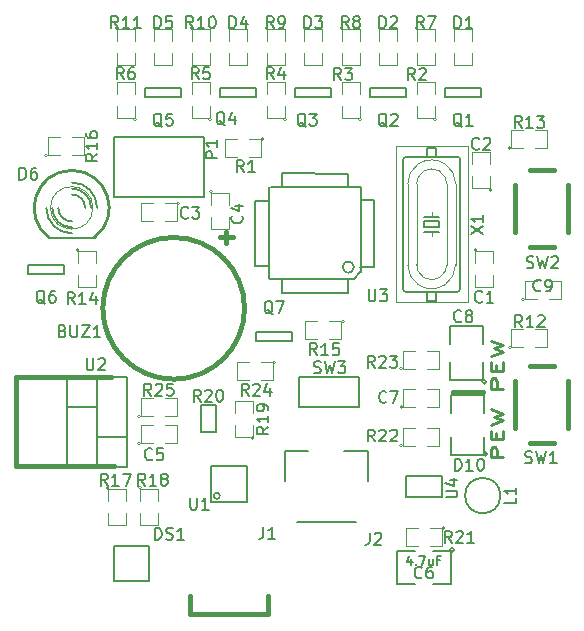
<source format=gto>
G04 (created by PCBNEW (2013-07-07 BZR 4022)-stable) date 11/23/2014 11:30:57 PM*
%MOIN*%
G04 Gerber Fmt 3.4, Leading zero omitted, Abs format*
%FSLAX34Y34*%
G01*
G70*
G90*
G04 APERTURE LIST*
%ADD10C,0.00590551*%
%ADD11C,0.015*%
%ADD12C,0.01*%
%ADD13C,0.006*%
%ADD14C,0.0039*%
%ADD15C,0.008*%
%ADD16C,0.003*%
%ADD17C,0.0026*%
%ADD18C,0.002*%
%ADD19C,0.005*%
%ADD20C,0.0075*%
G04 APERTURE END LIST*
G54D10*
G54D11*
X21850Y-27755D02*
X25000Y-27755D01*
X21850Y-30708D02*
X21850Y-27755D01*
X25098Y-30708D02*
X21850Y-30708D01*
G54D12*
X38061Y-30414D02*
X37661Y-30414D01*
X37661Y-30185D01*
X37680Y-30128D01*
X37700Y-30099D01*
X37738Y-30071D01*
X37795Y-30071D01*
X37833Y-30099D01*
X37852Y-30128D01*
X37871Y-30185D01*
X37871Y-30414D01*
X37852Y-29814D02*
X37852Y-29614D01*
X38061Y-29528D02*
X38061Y-29814D01*
X37661Y-29814D01*
X37661Y-29528D01*
X37661Y-29328D02*
X38061Y-29185D01*
X37776Y-29071D01*
X38061Y-28957D01*
X37661Y-28814D01*
X38061Y-28128D02*
X37661Y-28128D01*
X37661Y-27899D01*
X37680Y-27842D01*
X37700Y-27814D01*
X37738Y-27785D01*
X37795Y-27785D01*
X37833Y-27814D01*
X37852Y-27842D01*
X37871Y-27899D01*
X37871Y-28128D01*
X37852Y-27528D02*
X37852Y-27328D01*
X38061Y-27242D02*
X38061Y-27528D01*
X37661Y-27528D01*
X37661Y-27242D01*
X37661Y-27042D02*
X38061Y-26900D01*
X37776Y-26785D01*
X38061Y-26671D01*
X37661Y-26528D01*
G54D11*
X36396Y-28248D02*
X36495Y-28248D01*
X36511Y-28248D02*
X37396Y-28248D01*
G54D13*
X29820Y-21860D02*
X30270Y-21860D01*
X29820Y-24040D02*
X30260Y-24040D01*
X29820Y-21860D02*
X29820Y-24040D01*
X30700Y-21390D02*
X30700Y-20960D01*
X32910Y-21380D02*
X32910Y-20960D01*
X32920Y-20960D02*
X30700Y-20950D01*
X32900Y-24930D02*
X30730Y-24940D01*
X33330Y-24240D02*
X33330Y-21410D01*
X30720Y-24930D02*
X30720Y-24520D01*
X33080Y-24480D02*
X30300Y-24480D01*
X30280Y-21400D02*
X30280Y-24440D01*
X33330Y-21400D02*
X30330Y-21400D01*
X33780Y-24070D02*
X33780Y-21850D01*
X33780Y-21850D02*
X33330Y-21850D01*
X33326Y-24250D02*
X33096Y-24480D01*
X33778Y-24070D02*
X33326Y-24070D01*
X32900Y-24480D02*
X32900Y-24932D01*
X33106Y-24076D02*
G75*
G03X33106Y-24076I-188J0D01*
G74*
G01*
G54D11*
X39764Y-20845D02*
X38976Y-20845D01*
X38484Y-21338D02*
X38484Y-22912D01*
X39764Y-23405D02*
X39075Y-23405D01*
X39075Y-23405D02*
X38976Y-23405D01*
X40256Y-21338D02*
X40256Y-22912D01*
X39764Y-27381D02*
X38976Y-27381D01*
X38484Y-27874D02*
X38484Y-29448D01*
X39764Y-29941D02*
X39075Y-29941D01*
X39075Y-29941D02*
X38976Y-29941D01*
X40256Y-27874D02*
X40256Y-29448D01*
G54D14*
X33350Y-19150D02*
G75*
G03X33350Y-19150I-50J0D01*
G74*
G01*
X33300Y-18700D02*
X33300Y-19100D01*
X33300Y-19100D02*
X32700Y-19100D01*
X32700Y-19100D02*
X32700Y-18700D01*
X32700Y-18300D02*
X32700Y-17900D01*
X32700Y-17900D02*
X33300Y-17900D01*
X33300Y-17900D02*
X33300Y-18300D01*
X38350Y-20100D02*
G75*
G03X38350Y-20100I-50J0D01*
G74*
G01*
X38750Y-20100D02*
X38350Y-20100D01*
X38350Y-20100D02*
X38350Y-19500D01*
X38350Y-19500D02*
X38750Y-19500D01*
X39150Y-19500D02*
X39550Y-19500D01*
X39550Y-19500D02*
X39550Y-20100D01*
X39550Y-20100D02*
X39150Y-20100D01*
X38350Y-26750D02*
G75*
G03X38350Y-26750I-50J0D01*
G74*
G01*
X38750Y-26750D02*
X38350Y-26750D01*
X38350Y-26750D02*
X38350Y-26150D01*
X38350Y-26150D02*
X38750Y-26150D01*
X39150Y-26150D02*
X39550Y-26150D01*
X39550Y-26150D02*
X39550Y-26750D01*
X39550Y-26750D02*
X39150Y-26750D01*
X35250Y-16100D02*
G75*
G03X35250Y-16100I-50J0D01*
G74*
G01*
X35200Y-16550D02*
X35200Y-16150D01*
X35200Y-16150D02*
X35800Y-16150D01*
X35800Y-16150D02*
X35800Y-16550D01*
X35800Y-16950D02*
X35800Y-17350D01*
X35800Y-17350D02*
X35200Y-17350D01*
X35200Y-17350D02*
X35200Y-16950D01*
X35850Y-19150D02*
G75*
G03X35850Y-19150I-50J0D01*
G74*
G01*
X35800Y-18700D02*
X35800Y-19100D01*
X35800Y-19100D02*
X35200Y-19100D01*
X35200Y-19100D02*
X35200Y-18700D01*
X35200Y-18300D02*
X35200Y-17900D01*
X35200Y-17900D02*
X35800Y-17900D01*
X35800Y-17900D02*
X35800Y-18300D01*
X23950Y-23500D02*
G75*
G03X23950Y-23500I-50J0D01*
G74*
G01*
X23900Y-23950D02*
X23900Y-23550D01*
X23900Y-23550D02*
X24500Y-23550D01*
X24500Y-23550D02*
X24500Y-23950D01*
X24500Y-24350D02*
X24500Y-24750D01*
X24500Y-24750D02*
X23900Y-24750D01*
X23900Y-24750D02*
X23900Y-24350D01*
X22900Y-20350D02*
G75*
G03X22900Y-20350I-50J0D01*
G74*
G01*
X23300Y-20350D02*
X22900Y-20350D01*
X22900Y-20350D02*
X22900Y-19750D01*
X22900Y-19750D02*
X23300Y-19750D01*
X23700Y-19750D02*
X24100Y-19750D01*
X24100Y-19750D02*
X24100Y-20350D01*
X24100Y-20350D02*
X23700Y-20350D01*
X32786Y-25881D02*
G75*
G03X32786Y-25881I-49J0D01*
G74*
G01*
X32286Y-25881D02*
X32686Y-25881D01*
X32686Y-25881D02*
X32686Y-26481D01*
X32686Y-26481D02*
X32286Y-26481D01*
X31886Y-26481D02*
X31486Y-26481D01*
X31486Y-26481D02*
X31486Y-25881D01*
X31486Y-25881D02*
X31886Y-25881D01*
X34000Y-16100D02*
G75*
G03X34000Y-16100I-50J0D01*
G74*
G01*
X33950Y-16550D02*
X33950Y-16150D01*
X33950Y-16150D02*
X34550Y-16150D01*
X34550Y-16150D02*
X34550Y-16550D01*
X34550Y-16950D02*
X34550Y-17350D01*
X34550Y-17350D02*
X33950Y-17350D01*
X33950Y-17350D02*
X33950Y-16950D01*
X28350Y-19150D02*
G75*
G03X28350Y-19150I-50J0D01*
G74*
G01*
X28300Y-18700D02*
X28300Y-19100D01*
X28300Y-19100D02*
X27700Y-19100D01*
X27700Y-19100D02*
X27700Y-18700D01*
X27700Y-18300D02*
X27700Y-17900D01*
X27700Y-17900D02*
X28300Y-17900D01*
X28300Y-17900D02*
X28300Y-18300D01*
X27750Y-16100D02*
G75*
G03X27750Y-16100I-50J0D01*
G74*
G01*
X27700Y-16550D02*
X27700Y-16150D01*
X27700Y-16150D02*
X28300Y-16150D01*
X28300Y-16150D02*
X28300Y-16550D01*
X28300Y-16950D02*
X28300Y-17350D01*
X28300Y-17350D02*
X27700Y-17350D01*
X27700Y-17350D02*
X27700Y-16950D01*
X29000Y-16100D02*
G75*
G03X29000Y-16100I-50J0D01*
G74*
G01*
X28950Y-16550D02*
X28950Y-16150D01*
X28950Y-16150D02*
X29550Y-16150D01*
X29550Y-16150D02*
X29550Y-16550D01*
X29550Y-16950D02*
X29550Y-17350D01*
X29550Y-17350D02*
X28950Y-17350D01*
X28950Y-17350D02*
X28950Y-16950D01*
X30850Y-19150D02*
G75*
G03X30850Y-19150I-50J0D01*
G74*
G01*
X30800Y-18700D02*
X30800Y-19100D01*
X30800Y-19100D02*
X30200Y-19100D01*
X30200Y-19100D02*
X30200Y-18700D01*
X30200Y-18300D02*
X30200Y-17900D01*
X30200Y-17900D02*
X30800Y-17900D01*
X30800Y-17900D02*
X30800Y-18300D01*
X30250Y-16100D02*
G75*
G03X30250Y-16100I-50J0D01*
G74*
G01*
X30200Y-16550D02*
X30200Y-16150D01*
X30200Y-16150D02*
X30800Y-16150D01*
X30800Y-16150D02*
X30800Y-16550D01*
X30800Y-16950D02*
X30800Y-17350D01*
X30800Y-17350D02*
X30200Y-17350D01*
X30200Y-17350D02*
X30200Y-16950D01*
X31500Y-16100D02*
G75*
G03X31500Y-16100I-50J0D01*
G74*
G01*
X31450Y-16550D02*
X31450Y-16150D01*
X31450Y-16150D02*
X32050Y-16150D01*
X32050Y-16150D02*
X32050Y-16550D01*
X32050Y-16950D02*
X32050Y-17350D01*
X32050Y-17350D02*
X31450Y-17350D01*
X31450Y-17350D02*
X31450Y-16950D01*
X32750Y-16100D02*
G75*
G03X32750Y-16100I-50J0D01*
G74*
G01*
X32700Y-16550D02*
X32700Y-16150D01*
X32700Y-16150D02*
X33300Y-16150D01*
X33300Y-16150D02*
X33300Y-16550D01*
X33300Y-16950D02*
X33300Y-17350D01*
X33300Y-17350D02*
X32700Y-17350D01*
X32700Y-17350D02*
X32700Y-16950D01*
X25850Y-19150D02*
G75*
G03X25850Y-19150I-50J0D01*
G74*
G01*
X25800Y-18700D02*
X25800Y-19100D01*
X25800Y-19100D02*
X25200Y-19100D01*
X25200Y-19100D02*
X25200Y-18700D01*
X25200Y-18300D02*
X25200Y-17900D01*
X25200Y-17900D02*
X25800Y-17900D01*
X25800Y-17900D02*
X25800Y-18300D01*
X25250Y-16100D02*
G75*
G03X25250Y-16100I-50J0D01*
G74*
G01*
X25200Y-16550D02*
X25200Y-16150D01*
X25200Y-16150D02*
X25800Y-16150D01*
X25800Y-16150D02*
X25800Y-16550D01*
X25800Y-16950D02*
X25800Y-17350D01*
X25800Y-17350D02*
X25200Y-17350D01*
X25200Y-17350D02*
X25200Y-16950D01*
X26500Y-16100D02*
G75*
G03X26500Y-16100I-50J0D01*
G74*
G01*
X26450Y-16550D02*
X26450Y-16150D01*
X26450Y-16150D02*
X27050Y-16150D01*
X27050Y-16150D02*
X27050Y-16550D01*
X27050Y-16950D02*
X27050Y-17350D01*
X27050Y-17350D02*
X26450Y-17350D01*
X26450Y-17350D02*
X26450Y-16950D01*
G54D15*
X25100Y-19750D02*
X28100Y-19750D01*
X28100Y-21750D02*
X25100Y-21750D01*
X25100Y-21750D02*
X25100Y-19750D01*
X28100Y-19750D02*
X28100Y-21750D01*
G54D14*
X27300Y-21950D02*
G75*
G03X27300Y-21950I-50J0D01*
G74*
G01*
X26800Y-21950D02*
X27200Y-21950D01*
X27200Y-21950D02*
X27200Y-22550D01*
X27200Y-22550D02*
X26800Y-22550D01*
X26400Y-22550D02*
X26000Y-22550D01*
X26000Y-22550D02*
X26000Y-21950D01*
X26000Y-21950D02*
X26400Y-21950D01*
X37700Y-21500D02*
G75*
G03X37700Y-21500I-50J0D01*
G74*
G01*
X37650Y-21050D02*
X37650Y-21450D01*
X37650Y-21450D02*
X37050Y-21450D01*
X37050Y-21450D02*
X37050Y-21050D01*
X37050Y-20650D02*
X37050Y-20250D01*
X37050Y-20250D02*
X37650Y-20250D01*
X37650Y-20250D02*
X37650Y-20650D01*
X37200Y-23500D02*
G75*
G03X37200Y-23500I-50J0D01*
G74*
G01*
X37150Y-23950D02*
X37150Y-23550D01*
X37150Y-23550D02*
X37750Y-23550D01*
X37750Y-23550D02*
X37750Y-23950D01*
X37750Y-24350D02*
X37750Y-24750D01*
X37750Y-24750D02*
X37150Y-24750D01*
X37150Y-24750D02*
X37150Y-24350D01*
X36500Y-16100D02*
G75*
G03X36500Y-16100I-50J0D01*
G74*
G01*
X36450Y-16550D02*
X36450Y-16150D01*
X36450Y-16150D02*
X37050Y-16150D01*
X37050Y-16150D02*
X37050Y-16550D01*
X37050Y-16950D02*
X37050Y-17350D01*
X37050Y-17350D02*
X36450Y-17350D01*
X36450Y-17350D02*
X36450Y-16950D01*
X30100Y-19800D02*
G75*
G03X30100Y-19800I-50J0D01*
G74*
G01*
X29600Y-19800D02*
X30000Y-19800D01*
X30000Y-19800D02*
X30000Y-20400D01*
X30000Y-20400D02*
X29600Y-20400D01*
X29200Y-20400D02*
X28800Y-20400D01*
X28800Y-20400D02*
X28800Y-19800D01*
X28800Y-19800D02*
X29200Y-19800D01*
X34734Y-28744D02*
G75*
G03X34734Y-28744I-50J0D01*
G74*
G01*
X35134Y-28744D02*
X34734Y-28744D01*
X34734Y-28744D02*
X34734Y-28144D01*
X34734Y-28144D02*
X35134Y-28144D01*
X35534Y-28144D02*
X35934Y-28144D01*
X35934Y-28144D02*
X35934Y-28744D01*
X35934Y-28744D02*
X35534Y-28744D01*
G54D13*
X25550Y-30750D02*
X24550Y-30750D01*
X24550Y-30750D02*
X24550Y-27750D01*
X24550Y-27750D02*
X25550Y-27750D01*
X25550Y-27750D02*
X25550Y-30750D01*
X24550Y-29750D02*
X25550Y-29750D01*
G54D15*
X22950Y-23120D02*
X24450Y-23120D01*
G54D16*
X24407Y-22100D02*
G75*
G03X24407Y-22100I-707J0D01*
G74*
G01*
G54D12*
X24450Y-23099D02*
G75*
G03X22949Y-23099I-750J999D01*
G74*
G01*
G54D13*
X24150Y-22100D02*
G75*
G03X23700Y-21650I-450J0D01*
G74*
G01*
X23250Y-22100D02*
G75*
G03X23700Y-22550I450J0D01*
G74*
G01*
X24350Y-22100D02*
G75*
G03X23700Y-21450I-650J0D01*
G74*
G01*
X23050Y-22100D02*
G75*
G03X23700Y-22750I650J0D01*
G74*
G01*
X24550Y-22100D02*
G75*
G03X23700Y-21250I-850J0D01*
G74*
G01*
X22850Y-22100D02*
G75*
G03X23700Y-22950I850J0D01*
G74*
G01*
G54D17*
X34500Y-20050D02*
X34500Y-25250D01*
X34500Y-25250D02*
X36900Y-25250D01*
X36900Y-20050D02*
X36900Y-25250D01*
X34500Y-20050D02*
X36900Y-20050D01*
G54D13*
X36150Y-20400D02*
X36550Y-20400D01*
X36150Y-24900D02*
X36550Y-24900D01*
G54D18*
X35200Y-24000D02*
X35200Y-21300D01*
X34900Y-24000D02*
X34900Y-21300D01*
X36200Y-21300D02*
X36200Y-24000D01*
G54D13*
X34750Y-24800D02*
X34750Y-20500D01*
X35550Y-24900D02*
X35550Y-25200D01*
X35850Y-24900D02*
X35850Y-25200D01*
X35550Y-25200D02*
X35850Y-25200D01*
X35250Y-24900D02*
X36150Y-24900D01*
X34850Y-24900D02*
X35250Y-24900D01*
X35550Y-20100D02*
X35850Y-20100D01*
X35250Y-20400D02*
X35550Y-20400D01*
X35550Y-20400D02*
X35850Y-20400D01*
X35850Y-20400D02*
X36150Y-20400D01*
X34850Y-20400D02*
X35250Y-20400D01*
X35550Y-20400D02*
X35550Y-20100D01*
X35850Y-20400D02*
X35850Y-20100D01*
G54D18*
X36500Y-21300D02*
X36500Y-24000D01*
G54D13*
X36650Y-24800D02*
X36650Y-20500D01*
X35950Y-22550D02*
X35450Y-22550D01*
X35450Y-22550D02*
X35450Y-22750D01*
X35450Y-22750D02*
X35950Y-22750D01*
X35950Y-22750D02*
X35950Y-22550D01*
X35950Y-22400D02*
X35700Y-22400D01*
X35700Y-22400D02*
X35450Y-22400D01*
G54D18*
X35700Y-22400D02*
X35700Y-22250D01*
G54D13*
X35950Y-22900D02*
X35700Y-22900D01*
X35700Y-22900D02*
X35450Y-22900D01*
G54D18*
X35700Y-22900D02*
X35700Y-23050D01*
X36500Y-21299D02*
G75*
G03X36149Y-20638I-800J-1D01*
G74*
G01*
X36150Y-24660D02*
G75*
G03X36500Y-24000I-450J660D01*
G74*
G01*
G54D13*
X34750Y-24800D02*
G75*
G03X34850Y-24900I100J0D01*
G74*
G01*
G54D18*
X35200Y-23999D02*
G75*
G03X35249Y-24216I499J0D01*
G74*
G01*
X36150Y-24217D02*
G75*
G03X36200Y-24000I-450J217D01*
G74*
G01*
X34900Y-24001D02*
G75*
G03X35251Y-24661I799J2D01*
G74*
G01*
X35250Y-24219D02*
G75*
G03X36150Y-24216I449J219D01*
G74*
G01*
X35250Y-24661D02*
G75*
G03X36149Y-24661I449J661D01*
G74*
G01*
X35249Y-20639D02*
G75*
G03X34900Y-21300I450J-660D01*
G74*
G01*
X36149Y-21080D02*
G75*
G03X35249Y-21083I-449J-219D01*
G74*
G01*
X35249Y-21082D02*
G75*
G03X35200Y-21300I450J-217D01*
G74*
G01*
X36199Y-21300D02*
G75*
G03X36150Y-21083I-499J0D01*
G74*
G01*
X36149Y-20638D02*
G75*
G03X35250Y-20638I-449J-661D01*
G74*
G01*
G54D13*
X34850Y-20400D02*
G75*
G03X34750Y-20500I0J-100D01*
G74*
G01*
X36550Y-24900D02*
G75*
G03X36650Y-24800I0J100D01*
G74*
G01*
X36650Y-20500D02*
G75*
G03X36550Y-20400I-100J0D01*
G74*
G01*
G54D11*
X28832Y-22890D02*
X28832Y-23284D01*
X29068Y-23087D02*
X28635Y-23087D01*
X29462Y-25450D02*
G75*
G03X29462Y-25450I-2362J0D01*
G74*
G01*
G54D10*
X25098Y-34547D02*
X25098Y-33366D01*
X25098Y-33366D02*
X26279Y-33366D01*
X26279Y-33366D02*
X26279Y-34547D01*
X26279Y-34547D02*
X25098Y-34547D01*
G54D19*
X34833Y-31747D02*
X34833Y-31047D01*
X34833Y-31047D02*
X36033Y-31047D01*
X36033Y-31047D02*
X36033Y-31747D01*
X36033Y-31747D02*
X34833Y-31747D01*
X37570Y-30300D02*
G75*
G03X37570Y-30300I-70J0D01*
G74*
G01*
X36350Y-29750D02*
X36350Y-30350D01*
X36350Y-30350D02*
X37450Y-30350D01*
X37450Y-30350D02*
X37450Y-29750D01*
X37450Y-28950D02*
X37450Y-28350D01*
X37450Y-28350D02*
X36350Y-28350D01*
X36350Y-28350D02*
X36350Y-28950D01*
X37520Y-27900D02*
G75*
G03X37520Y-27900I-70J0D01*
G74*
G01*
X36300Y-27250D02*
X36300Y-27850D01*
X36300Y-27850D02*
X37400Y-27850D01*
X37400Y-27850D02*
X37400Y-27250D01*
X37400Y-26650D02*
X37400Y-26050D01*
X37400Y-26050D02*
X36300Y-26050D01*
X36300Y-26050D02*
X36300Y-26650D01*
G54D14*
X26000Y-29950D02*
G75*
G03X26000Y-29950I-50J0D01*
G74*
G01*
X26400Y-29950D02*
X26000Y-29950D01*
X26000Y-29950D02*
X26000Y-29350D01*
X26000Y-29350D02*
X26400Y-29350D01*
X26800Y-29350D02*
X27200Y-29350D01*
X27200Y-29350D02*
X27200Y-29950D01*
X27200Y-29950D02*
X26800Y-29950D01*
X28400Y-21550D02*
G75*
G03X28400Y-21550I-50J0D01*
G74*
G01*
X28350Y-22000D02*
X28350Y-21600D01*
X28350Y-21600D02*
X28950Y-21600D01*
X28950Y-21600D02*
X28950Y-22000D01*
X28950Y-22400D02*
X28950Y-22800D01*
X28950Y-22800D02*
X28350Y-22800D01*
X28350Y-22800D02*
X28350Y-22400D01*
X34734Y-30024D02*
G75*
G03X34734Y-30024I-50J0D01*
G74*
G01*
X35134Y-30024D02*
X34734Y-30024D01*
X34734Y-30024D02*
X34734Y-29424D01*
X34734Y-29424D02*
X35134Y-29424D01*
X35534Y-29424D02*
X35934Y-29424D01*
X35934Y-29424D02*
X35934Y-30024D01*
X35934Y-30024D02*
X35534Y-30024D01*
X34734Y-27465D02*
G75*
G03X34734Y-27465I-50J0D01*
G74*
G01*
X35134Y-27465D02*
X34734Y-27465D01*
X34734Y-27465D02*
X34734Y-26865D01*
X34734Y-26865D02*
X35134Y-26865D01*
X35534Y-26865D02*
X35934Y-26865D01*
X35934Y-26865D02*
X35934Y-27465D01*
X35934Y-27465D02*
X35534Y-27465D01*
X36133Y-32770D02*
G75*
G03X36133Y-32770I-50J0D01*
G74*
G01*
X35633Y-32770D02*
X36033Y-32770D01*
X36033Y-32770D02*
X36033Y-33370D01*
X36033Y-33370D02*
X35633Y-33370D01*
X35233Y-33370D02*
X34833Y-33370D01*
X34833Y-33370D02*
X34833Y-32770D01*
X34833Y-32770D02*
X35233Y-32770D01*
X29779Y-29783D02*
G75*
G03X29779Y-29783I-50J0D01*
G74*
G01*
X29729Y-29333D02*
X29729Y-29733D01*
X29729Y-29733D02*
X29129Y-29733D01*
X29129Y-29733D02*
X29129Y-29333D01*
X29129Y-28933D02*
X29129Y-28533D01*
X29129Y-28533D02*
X29729Y-28533D01*
X29729Y-28533D02*
X29729Y-28933D01*
X26029Y-31436D02*
G75*
G03X26029Y-31436I-50J0D01*
G74*
G01*
X25979Y-31886D02*
X25979Y-31486D01*
X25979Y-31486D02*
X26579Y-31486D01*
X26579Y-31486D02*
X26579Y-31886D01*
X26579Y-32286D02*
X26579Y-32686D01*
X26579Y-32686D02*
X25979Y-32686D01*
X25979Y-32686D02*
X25979Y-32286D01*
X24946Y-31436D02*
G75*
G03X24946Y-31436I-50J0D01*
G74*
G01*
X24896Y-31886D02*
X24896Y-31486D01*
X24896Y-31486D02*
X25496Y-31486D01*
X25496Y-31486D02*
X25496Y-31886D01*
X25496Y-32286D02*
X25496Y-32686D01*
X25496Y-32686D02*
X24896Y-32686D01*
X24896Y-32686D02*
X24896Y-32286D01*
G54D19*
X27998Y-29583D02*
X27998Y-28683D01*
X27998Y-28683D02*
X28498Y-28683D01*
X28498Y-28683D02*
X28498Y-29583D01*
X28498Y-29583D02*
X27998Y-29583D01*
G54D15*
X28637Y-31699D02*
G75*
G03X28637Y-31699I-100J0D01*
G74*
G01*
X29537Y-31899D02*
X28337Y-31899D01*
X28337Y-31899D02*
X28337Y-30699D01*
X28337Y-30699D02*
X29537Y-30699D01*
X29537Y-30699D02*
X29537Y-31899D01*
G54D10*
X31594Y-30216D02*
X30807Y-30216D01*
X30807Y-30216D02*
X30807Y-31200D01*
X33562Y-31200D02*
X33562Y-30216D01*
X33562Y-30216D02*
X32775Y-30216D01*
X33169Y-32578D02*
X31200Y-32578D01*
X37992Y-31692D02*
G75*
G03X37992Y-31692I-590J0D01*
G74*
G01*
G54D11*
X27638Y-35629D02*
X27638Y-35038D01*
X30236Y-35629D02*
X30236Y-35038D01*
X27638Y-35629D02*
X30236Y-35629D01*
G54D13*
X31283Y-28748D02*
X31283Y-27748D01*
X31283Y-27748D02*
X33283Y-27748D01*
X33283Y-27748D02*
X33283Y-28748D01*
X33283Y-28748D02*
X31283Y-28748D01*
G54D14*
X30500Y-27250D02*
G75*
G03X30500Y-27250I-50J0D01*
G74*
G01*
X30000Y-27250D02*
X30400Y-27250D01*
X30400Y-27250D02*
X30400Y-27850D01*
X30400Y-27850D02*
X30000Y-27850D01*
X29600Y-27850D02*
X29200Y-27850D01*
X29200Y-27850D02*
X29200Y-27250D01*
X29200Y-27250D02*
X29600Y-27250D01*
X26000Y-29050D02*
G75*
G03X26000Y-29050I-50J0D01*
G74*
G01*
X26400Y-29050D02*
X26000Y-29050D01*
X26000Y-29050D02*
X26000Y-28450D01*
X26000Y-28450D02*
X26400Y-28450D01*
X26800Y-28450D02*
X27200Y-28450D01*
X27200Y-28450D02*
X27200Y-29050D01*
X27200Y-29050D02*
X26800Y-29050D01*
G54D13*
X23550Y-27750D02*
X24550Y-27750D01*
X24550Y-27750D02*
X24550Y-30750D01*
X24550Y-30750D02*
X23550Y-30750D01*
X23550Y-30750D02*
X23550Y-27750D01*
X24550Y-28750D02*
X23550Y-28750D01*
G54D14*
X38800Y-25150D02*
G75*
G03X38800Y-25150I-50J0D01*
G74*
G01*
X39200Y-25150D02*
X38800Y-25150D01*
X38800Y-25150D02*
X38800Y-24550D01*
X38800Y-24550D02*
X39200Y-24550D01*
X39600Y-24550D02*
X40000Y-24550D01*
X40000Y-24550D02*
X40000Y-25150D01*
X40000Y-25150D02*
X39600Y-25150D01*
G54D19*
X29850Y-18400D02*
X28650Y-18400D01*
X28650Y-18400D02*
X28650Y-18100D01*
X28650Y-18100D02*
X29850Y-18100D01*
X29850Y-18100D02*
X29850Y-18400D01*
X23450Y-24300D02*
X22250Y-24300D01*
X22250Y-24300D02*
X22250Y-24000D01*
X22250Y-24000D02*
X23450Y-24000D01*
X23450Y-24000D02*
X23450Y-24300D01*
X29850Y-26250D02*
X31050Y-26250D01*
X31050Y-26250D02*
X31050Y-26550D01*
X31050Y-26550D02*
X29850Y-26550D01*
X29850Y-26550D02*
X29850Y-26250D01*
X32350Y-18400D02*
X31150Y-18400D01*
X31150Y-18400D02*
X31150Y-18100D01*
X31150Y-18100D02*
X32350Y-18100D01*
X32350Y-18100D02*
X32350Y-18400D01*
X27350Y-18400D02*
X26150Y-18400D01*
X26150Y-18400D02*
X26150Y-18100D01*
X26150Y-18100D02*
X27350Y-18100D01*
X27350Y-18100D02*
X27350Y-18400D01*
X37350Y-18400D02*
X36150Y-18400D01*
X36150Y-18400D02*
X36150Y-18100D01*
X36150Y-18100D02*
X37350Y-18100D01*
X37350Y-18100D02*
X37350Y-18400D01*
X34850Y-18400D02*
X33650Y-18400D01*
X33650Y-18400D02*
X33650Y-18100D01*
X33650Y-18100D02*
X34850Y-18100D01*
X34850Y-18100D02*
X34850Y-18400D01*
X36461Y-33490D02*
G75*
G03X36461Y-33490I-70J0D01*
G74*
G01*
X35740Y-34640D02*
X36340Y-34640D01*
X36340Y-34640D02*
X36340Y-33540D01*
X36340Y-33540D02*
X35740Y-33540D01*
X35140Y-33540D02*
X34540Y-33540D01*
X34540Y-33540D02*
X34540Y-34640D01*
X34540Y-34640D02*
X35140Y-34640D01*
G54D20*
X33600Y-24815D02*
X33600Y-25134D01*
X33618Y-25171D01*
X33637Y-25190D01*
X33675Y-25209D01*
X33750Y-25209D01*
X33787Y-25190D01*
X33806Y-25171D01*
X33825Y-25134D01*
X33825Y-24815D01*
X33974Y-24815D02*
X34218Y-24815D01*
X34087Y-24965D01*
X34143Y-24965D01*
X34181Y-24984D01*
X34199Y-25003D01*
X34218Y-25040D01*
X34218Y-25134D01*
X34199Y-25171D01*
X34181Y-25190D01*
X34143Y-25209D01*
X34031Y-25209D01*
X33993Y-25190D01*
X33974Y-25171D01*
X38868Y-24090D02*
X38925Y-24109D01*
X39018Y-24109D01*
X39056Y-24090D01*
X39074Y-24071D01*
X39093Y-24034D01*
X39093Y-23996D01*
X39074Y-23959D01*
X39056Y-23940D01*
X39018Y-23921D01*
X38943Y-23903D01*
X38906Y-23884D01*
X38887Y-23865D01*
X38868Y-23828D01*
X38868Y-23790D01*
X38887Y-23753D01*
X38906Y-23734D01*
X38943Y-23715D01*
X39037Y-23715D01*
X39093Y-23734D01*
X39224Y-23715D02*
X39318Y-24109D01*
X39393Y-23828D01*
X39468Y-24109D01*
X39562Y-23715D01*
X39693Y-23753D02*
X39712Y-23734D01*
X39749Y-23715D01*
X39843Y-23715D01*
X39881Y-23734D01*
X39899Y-23753D01*
X39918Y-23790D01*
X39918Y-23828D01*
X39899Y-23884D01*
X39674Y-24109D01*
X39918Y-24109D01*
X38818Y-30590D02*
X38875Y-30609D01*
X38968Y-30609D01*
X39006Y-30590D01*
X39024Y-30571D01*
X39043Y-30534D01*
X39043Y-30496D01*
X39024Y-30459D01*
X39006Y-30440D01*
X38968Y-30421D01*
X38893Y-30403D01*
X38856Y-30384D01*
X38837Y-30365D01*
X38818Y-30328D01*
X38818Y-30290D01*
X38837Y-30253D01*
X38856Y-30234D01*
X38893Y-30215D01*
X38987Y-30215D01*
X39043Y-30234D01*
X39174Y-30215D02*
X39268Y-30609D01*
X39343Y-30328D01*
X39418Y-30609D01*
X39512Y-30215D01*
X39868Y-30609D02*
X39643Y-30609D01*
X39756Y-30609D02*
X39756Y-30215D01*
X39718Y-30271D01*
X39681Y-30309D01*
X39643Y-30328D01*
X32674Y-17840D02*
X32543Y-17652D01*
X32449Y-17840D02*
X32449Y-17446D01*
X32599Y-17446D01*
X32637Y-17465D01*
X32656Y-17483D01*
X32674Y-17521D01*
X32674Y-17577D01*
X32656Y-17615D01*
X32637Y-17633D01*
X32599Y-17652D01*
X32449Y-17652D01*
X32806Y-17446D02*
X33049Y-17446D01*
X32918Y-17596D01*
X32974Y-17596D01*
X33012Y-17615D01*
X33031Y-17633D01*
X33049Y-17671D01*
X33049Y-17765D01*
X33031Y-17802D01*
X33012Y-17821D01*
X32974Y-17840D01*
X32862Y-17840D01*
X32824Y-17821D01*
X32806Y-17802D01*
X38696Y-19427D02*
X38565Y-19240D01*
X38471Y-19427D02*
X38471Y-19034D01*
X38621Y-19034D01*
X38659Y-19052D01*
X38678Y-19071D01*
X38696Y-19109D01*
X38696Y-19165D01*
X38678Y-19202D01*
X38659Y-19221D01*
X38621Y-19240D01*
X38471Y-19240D01*
X39071Y-19427D02*
X38846Y-19427D01*
X38959Y-19427D02*
X38959Y-19034D01*
X38921Y-19090D01*
X38884Y-19127D01*
X38846Y-19146D01*
X39203Y-19034D02*
X39446Y-19034D01*
X39315Y-19184D01*
X39371Y-19184D01*
X39409Y-19202D01*
X39428Y-19221D01*
X39446Y-19259D01*
X39446Y-19352D01*
X39428Y-19390D01*
X39409Y-19409D01*
X39371Y-19427D01*
X39259Y-19427D01*
X39221Y-19409D01*
X39203Y-19390D01*
X38716Y-26077D02*
X38585Y-25890D01*
X38491Y-26077D02*
X38491Y-25684D01*
X38641Y-25684D01*
X38679Y-25702D01*
X38697Y-25721D01*
X38716Y-25759D01*
X38716Y-25815D01*
X38697Y-25852D01*
X38679Y-25871D01*
X38641Y-25890D01*
X38491Y-25890D01*
X39091Y-26077D02*
X38866Y-26077D01*
X38979Y-26077D02*
X38979Y-25684D01*
X38941Y-25740D01*
X38904Y-25777D01*
X38866Y-25796D01*
X39241Y-25721D02*
X39260Y-25702D01*
X39297Y-25684D01*
X39391Y-25684D01*
X39429Y-25702D01*
X39447Y-25721D01*
X39466Y-25759D01*
X39466Y-25796D01*
X39447Y-25852D01*
X39222Y-26077D01*
X39466Y-26077D01*
X35434Y-16109D02*
X35303Y-15921D01*
X35209Y-16109D02*
X35209Y-15715D01*
X35359Y-15715D01*
X35396Y-15734D01*
X35415Y-15753D01*
X35434Y-15790D01*
X35434Y-15846D01*
X35415Y-15884D01*
X35396Y-15903D01*
X35359Y-15921D01*
X35209Y-15921D01*
X35565Y-15715D02*
X35828Y-15715D01*
X35659Y-16109D01*
X35135Y-17840D02*
X35004Y-17652D01*
X34910Y-17840D02*
X34910Y-17446D01*
X35060Y-17446D01*
X35098Y-17465D01*
X35117Y-17483D01*
X35135Y-17521D01*
X35135Y-17577D01*
X35117Y-17615D01*
X35098Y-17633D01*
X35060Y-17652D01*
X34910Y-17652D01*
X35285Y-17483D02*
X35304Y-17465D01*
X35342Y-17446D01*
X35435Y-17446D01*
X35473Y-17465D01*
X35492Y-17483D01*
X35510Y-17521D01*
X35510Y-17558D01*
X35492Y-17615D01*
X35267Y-17840D01*
X35510Y-17840D01*
X23796Y-25309D02*
X23665Y-25121D01*
X23571Y-25309D02*
X23571Y-24915D01*
X23721Y-24915D01*
X23759Y-24934D01*
X23778Y-24953D01*
X23796Y-24990D01*
X23796Y-25046D01*
X23778Y-25084D01*
X23759Y-25103D01*
X23721Y-25121D01*
X23571Y-25121D01*
X24171Y-25309D02*
X23946Y-25309D01*
X24059Y-25309D02*
X24059Y-24915D01*
X24021Y-24971D01*
X23984Y-25009D01*
X23946Y-25028D01*
X24509Y-25046D02*
X24509Y-25309D01*
X24415Y-24896D02*
X24321Y-25178D01*
X24565Y-25178D01*
X24559Y-20303D02*
X24371Y-20434D01*
X24559Y-20528D02*
X24165Y-20528D01*
X24165Y-20378D01*
X24184Y-20340D01*
X24203Y-20321D01*
X24240Y-20303D01*
X24296Y-20303D01*
X24334Y-20321D01*
X24353Y-20340D01*
X24371Y-20378D01*
X24371Y-20528D01*
X24559Y-19928D02*
X24559Y-20153D01*
X24559Y-20040D02*
X24165Y-20040D01*
X24221Y-20078D01*
X24259Y-20115D01*
X24278Y-20153D01*
X24165Y-19590D02*
X24165Y-19665D01*
X24184Y-19703D01*
X24203Y-19721D01*
X24259Y-19759D01*
X24334Y-19778D01*
X24484Y-19778D01*
X24521Y-19759D01*
X24540Y-19740D01*
X24559Y-19703D01*
X24559Y-19628D01*
X24540Y-19590D01*
X24521Y-19571D01*
X24484Y-19553D01*
X24390Y-19553D01*
X24353Y-19571D01*
X24334Y-19590D01*
X24315Y-19628D01*
X24315Y-19703D01*
X24334Y-19740D01*
X24353Y-19759D01*
X24390Y-19778D01*
X31872Y-27009D02*
X31741Y-26822D01*
X31647Y-27009D02*
X31647Y-26616D01*
X31797Y-26616D01*
X31835Y-26634D01*
X31854Y-26653D01*
X31872Y-26691D01*
X31872Y-26747D01*
X31854Y-26784D01*
X31835Y-26803D01*
X31797Y-26822D01*
X31647Y-26822D01*
X32247Y-27009D02*
X32022Y-27009D01*
X32135Y-27009D02*
X32135Y-26616D01*
X32097Y-26672D01*
X32060Y-26709D01*
X32022Y-26728D01*
X32604Y-26616D02*
X32416Y-26616D01*
X32397Y-26803D01*
X32416Y-26784D01*
X32454Y-26766D01*
X32547Y-26766D01*
X32585Y-26784D01*
X32604Y-26803D01*
X32622Y-26841D01*
X32622Y-26934D01*
X32604Y-26972D01*
X32585Y-26991D01*
X32547Y-27009D01*
X32454Y-27009D01*
X32416Y-26991D01*
X32397Y-26972D01*
X33959Y-16109D02*
X33959Y-15715D01*
X34053Y-15715D01*
X34109Y-15734D01*
X34146Y-15771D01*
X34165Y-15809D01*
X34184Y-15884D01*
X34184Y-15940D01*
X34165Y-16015D01*
X34146Y-16053D01*
X34109Y-16090D01*
X34053Y-16109D01*
X33959Y-16109D01*
X34334Y-15753D02*
X34353Y-15734D01*
X34390Y-15715D01*
X34484Y-15715D01*
X34521Y-15734D01*
X34540Y-15753D01*
X34559Y-15790D01*
X34559Y-15828D01*
X34540Y-15884D01*
X34315Y-16109D01*
X34559Y-16109D01*
X27934Y-17809D02*
X27803Y-17621D01*
X27709Y-17809D02*
X27709Y-17415D01*
X27859Y-17415D01*
X27896Y-17434D01*
X27915Y-17453D01*
X27934Y-17490D01*
X27934Y-17546D01*
X27915Y-17584D01*
X27896Y-17603D01*
X27859Y-17621D01*
X27709Y-17621D01*
X28290Y-17415D02*
X28103Y-17415D01*
X28084Y-17603D01*
X28103Y-17584D01*
X28140Y-17565D01*
X28234Y-17565D01*
X28271Y-17584D01*
X28290Y-17603D01*
X28309Y-17640D01*
X28309Y-17734D01*
X28290Y-17771D01*
X28271Y-17790D01*
X28234Y-17809D01*
X28140Y-17809D01*
X28103Y-17790D01*
X28084Y-17771D01*
X27746Y-16109D02*
X27615Y-15921D01*
X27521Y-16109D02*
X27521Y-15715D01*
X27671Y-15715D01*
X27709Y-15734D01*
X27728Y-15753D01*
X27746Y-15790D01*
X27746Y-15846D01*
X27728Y-15884D01*
X27709Y-15903D01*
X27671Y-15921D01*
X27521Y-15921D01*
X28121Y-16109D02*
X27896Y-16109D01*
X28009Y-16109D02*
X28009Y-15715D01*
X27971Y-15771D01*
X27934Y-15809D01*
X27896Y-15828D01*
X28365Y-15715D02*
X28403Y-15715D01*
X28440Y-15734D01*
X28459Y-15753D01*
X28478Y-15790D01*
X28496Y-15865D01*
X28496Y-15959D01*
X28478Y-16034D01*
X28459Y-16071D01*
X28440Y-16090D01*
X28403Y-16109D01*
X28365Y-16109D01*
X28328Y-16090D01*
X28309Y-16071D01*
X28290Y-16034D01*
X28271Y-15959D01*
X28271Y-15865D01*
X28290Y-15790D01*
X28309Y-15753D01*
X28328Y-15734D01*
X28365Y-15715D01*
X28959Y-16109D02*
X28959Y-15715D01*
X29053Y-15715D01*
X29109Y-15734D01*
X29146Y-15771D01*
X29165Y-15809D01*
X29184Y-15884D01*
X29184Y-15940D01*
X29165Y-16015D01*
X29146Y-16053D01*
X29109Y-16090D01*
X29053Y-16109D01*
X28959Y-16109D01*
X29521Y-15846D02*
X29521Y-16109D01*
X29428Y-15696D02*
X29334Y-15978D01*
X29578Y-15978D01*
X30434Y-17809D02*
X30303Y-17621D01*
X30209Y-17809D02*
X30209Y-17415D01*
X30359Y-17415D01*
X30396Y-17434D01*
X30415Y-17453D01*
X30434Y-17490D01*
X30434Y-17546D01*
X30415Y-17584D01*
X30396Y-17603D01*
X30359Y-17621D01*
X30209Y-17621D01*
X30771Y-17546D02*
X30771Y-17809D01*
X30678Y-17396D02*
X30584Y-17678D01*
X30828Y-17678D01*
X30434Y-16109D02*
X30303Y-15921D01*
X30209Y-16109D02*
X30209Y-15715D01*
X30359Y-15715D01*
X30396Y-15734D01*
X30415Y-15753D01*
X30434Y-15790D01*
X30434Y-15846D01*
X30415Y-15884D01*
X30396Y-15903D01*
X30359Y-15921D01*
X30209Y-15921D01*
X30621Y-16109D02*
X30696Y-16109D01*
X30734Y-16090D01*
X30753Y-16071D01*
X30790Y-16015D01*
X30809Y-15940D01*
X30809Y-15790D01*
X30790Y-15753D01*
X30771Y-15734D01*
X30734Y-15715D01*
X30659Y-15715D01*
X30621Y-15734D01*
X30603Y-15753D01*
X30584Y-15790D01*
X30584Y-15884D01*
X30603Y-15921D01*
X30621Y-15940D01*
X30659Y-15959D01*
X30734Y-15959D01*
X30771Y-15940D01*
X30790Y-15921D01*
X30809Y-15884D01*
X31459Y-16109D02*
X31459Y-15715D01*
X31553Y-15715D01*
X31609Y-15734D01*
X31646Y-15771D01*
X31665Y-15809D01*
X31684Y-15884D01*
X31684Y-15940D01*
X31665Y-16015D01*
X31646Y-16053D01*
X31609Y-16090D01*
X31553Y-16109D01*
X31459Y-16109D01*
X31815Y-15715D02*
X32059Y-15715D01*
X31928Y-15865D01*
X31984Y-15865D01*
X32021Y-15884D01*
X32040Y-15903D01*
X32059Y-15940D01*
X32059Y-16034D01*
X32040Y-16071D01*
X32021Y-16090D01*
X31984Y-16109D01*
X31871Y-16109D01*
X31834Y-16090D01*
X31815Y-16071D01*
X32934Y-16109D02*
X32803Y-15921D01*
X32709Y-16109D02*
X32709Y-15715D01*
X32859Y-15715D01*
X32896Y-15734D01*
X32915Y-15753D01*
X32934Y-15790D01*
X32934Y-15846D01*
X32915Y-15884D01*
X32896Y-15903D01*
X32859Y-15921D01*
X32709Y-15921D01*
X33159Y-15884D02*
X33121Y-15865D01*
X33103Y-15846D01*
X33084Y-15809D01*
X33084Y-15790D01*
X33103Y-15753D01*
X33121Y-15734D01*
X33159Y-15715D01*
X33234Y-15715D01*
X33271Y-15734D01*
X33290Y-15753D01*
X33309Y-15790D01*
X33309Y-15809D01*
X33290Y-15846D01*
X33271Y-15865D01*
X33234Y-15884D01*
X33159Y-15884D01*
X33121Y-15903D01*
X33103Y-15921D01*
X33084Y-15959D01*
X33084Y-16034D01*
X33103Y-16071D01*
X33121Y-16090D01*
X33159Y-16109D01*
X33234Y-16109D01*
X33271Y-16090D01*
X33290Y-16071D01*
X33309Y-16034D01*
X33309Y-15959D01*
X33290Y-15921D01*
X33271Y-15903D01*
X33234Y-15884D01*
X25434Y-17809D02*
X25303Y-17621D01*
X25209Y-17809D02*
X25209Y-17415D01*
X25359Y-17415D01*
X25396Y-17434D01*
X25415Y-17453D01*
X25434Y-17490D01*
X25434Y-17546D01*
X25415Y-17584D01*
X25396Y-17603D01*
X25359Y-17621D01*
X25209Y-17621D01*
X25771Y-17415D02*
X25696Y-17415D01*
X25659Y-17434D01*
X25640Y-17453D01*
X25603Y-17509D01*
X25584Y-17584D01*
X25584Y-17734D01*
X25603Y-17771D01*
X25621Y-17790D01*
X25659Y-17809D01*
X25734Y-17809D01*
X25771Y-17790D01*
X25790Y-17771D01*
X25809Y-17734D01*
X25809Y-17640D01*
X25790Y-17603D01*
X25771Y-17584D01*
X25734Y-17565D01*
X25659Y-17565D01*
X25621Y-17584D01*
X25603Y-17603D01*
X25584Y-17640D01*
X25246Y-16109D02*
X25115Y-15921D01*
X25021Y-16109D02*
X25021Y-15715D01*
X25171Y-15715D01*
X25209Y-15734D01*
X25228Y-15753D01*
X25246Y-15790D01*
X25246Y-15846D01*
X25228Y-15884D01*
X25209Y-15903D01*
X25171Y-15921D01*
X25021Y-15921D01*
X25621Y-16109D02*
X25396Y-16109D01*
X25509Y-16109D02*
X25509Y-15715D01*
X25471Y-15771D01*
X25434Y-15809D01*
X25396Y-15828D01*
X25996Y-16109D02*
X25771Y-16109D01*
X25884Y-16109D02*
X25884Y-15715D01*
X25846Y-15771D01*
X25809Y-15809D01*
X25771Y-15828D01*
X26459Y-16109D02*
X26459Y-15715D01*
X26553Y-15715D01*
X26609Y-15734D01*
X26646Y-15771D01*
X26665Y-15809D01*
X26684Y-15884D01*
X26684Y-15940D01*
X26665Y-16015D01*
X26646Y-16053D01*
X26609Y-16090D01*
X26553Y-16109D01*
X26459Y-16109D01*
X27040Y-15715D02*
X26853Y-15715D01*
X26834Y-15903D01*
X26853Y-15884D01*
X26890Y-15865D01*
X26984Y-15865D01*
X27021Y-15884D01*
X27040Y-15903D01*
X27059Y-15940D01*
X27059Y-16034D01*
X27040Y-16071D01*
X27021Y-16090D01*
X26984Y-16109D01*
X26890Y-16109D01*
X26853Y-16090D01*
X26834Y-16071D01*
X28559Y-20440D02*
X28165Y-20440D01*
X28165Y-20290D01*
X28184Y-20253D01*
X28203Y-20234D01*
X28240Y-20215D01*
X28296Y-20215D01*
X28334Y-20234D01*
X28353Y-20253D01*
X28371Y-20290D01*
X28371Y-20440D01*
X28559Y-19840D02*
X28559Y-20065D01*
X28559Y-19953D02*
X28165Y-19953D01*
X28221Y-19990D01*
X28259Y-20028D01*
X28278Y-20065D01*
X27584Y-22421D02*
X27565Y-22440D01*
X27509Y-22459D01*
X27471Y-22459D01*
X27415Y-22440D01*
X27378Y-22403D01*
X27359Y-22365D01*
X27340Y-22290D01*
X27340Y-22234D01*
X27359Y-22159D01*
X27378Y-22121D01*
X27415Y-22084D01*
X27471Y-22065D01*
X27509Y-22065D01*
X27565Y-22084D01*
X27584Y-22103D01*
X27715Y-22065D02*
X27959Y-22065D01*
X27828Y-22215D01*
X27884Y-22215D01*
X27921Y-22234D01*
X27940Y-22253D01*
X27959Y-22290D01*
X27959Y-22384D01*
X27940Y-22421D01*
X27921Y-22440D01*
X27884Y-22459D01*
X27771Y-22459D01*
X27734Y-22440D01*
X27715Y-22421D01*
X37284Y-20121D02*
X37265Y-20140D01*
X37209Y-20159D01*
X37171Y-20159D01*
X37115Y-20140D01*
X37078Y-20103D01*
X37059Y-20065D01*
X37040Y-19990D01*
X37040Y-19934D01*
X37059Y-19859D01*
X37078Y-19821D01*
X37115Y-19784D01*
X37171Y-19765D01*
X37209Y-19765D01*
X37265Y-19784D01*
X37284Y-19803D01*
X37434Y-19803D02*
X37453Y-19784D01*
X37490Y-19765D01*
X37584Y-19765D01*
X37621Y-19784D01*
X37640Y-19803D01*
X37659Y-19840D01*
X37659Y-19878D01*
X37640Y-19934D01*
X37415Y-20159D01*
X37659Y-20159D01*
X37384Y-25221D02*
X37365Y-25240D01*
X37309Y-25259D01*
X37271Y-25259D01*
X37215Y-25240D01*
X37178Y-25203D01*
X37159Y-25165D01*
X37140Y-25090D01*
X37140Y-25034D01*
X37159Y-24959D01*
X37178Y-24921D01*
X37215Y-24884D01*
X37271Y-24865D01*
X37309Y-24865D01*
X37365Y-24884D01*
X37384Y-24903D01*
X37759Y-25259D02*
X37534Y-25259D01*
X37646Y-25259D02*
X37646Y-24865D01*
X37609Y-24921D01*
X37571Y-24959D01*
X37534Y-24978D01*
X36459Y-16109D02*
X36459Y-15715D01*
X36553Y-15715D01*
X36609Y-15734D01*
X36646Y-15771D01*
X36665Y-15809D01*
X36684Y-15884D01*
X36684Y-15940D01*
X36665Y-16015D01*
X36646Y-16053D01*
X36609Y-16090D01*
X36553Y-16109D01*
X36459Y-16109D01*
X37059Y-16109D02*
X36834Y-16109D01*
X36946Y-16109D02*
X36946Y-15715D01*
X36909Y-15771D01*
X36871Y-15809D01*
X36834Y-15828D01*
X29434Y-20909D02*
X29303Y-20721D01*
X29209Y-20909D02*
X29209Y-20515D01*
X29359Y-20515D01*
X29396Y-20534D01*
X29415Y-20553D01*
X29434Y-20590D01*
X29434Y-20646D01*
X29415Y-20684D01*
X29396Y-20703D01*
X29359Y-20721D01*
X29209Y-20721D01*
X29809Y-20909D02*
X29584Y-20909D01*
X29696Y-20909D02*
X29696Y-20515D01*
X29659Y-20571D01*
X29621Y-20609D01*
X29584Y-20628D01*
X34186Y-28566D02*
X34167Y-28585D01*
X34111Y-28604D01*
X34073Y-28604D01*
X34017Y-28585D01*
X33980Y-28547D01*
X33961Y-28510D01*
X33942Y-28435D01*
X33942Y-28379D01*
X33961Y-28304D01*
X33980Y-28266D01*
X34017Y-28229D01*
X34073Y-28210D01*
X34111Y-28210D01*
X34167Y-28229D01*
X34186Y-28248D01*
X34317Y-28210D02*
X34580Y-28210D01*
X34411Y-28604D01*
X24200Y-27115D02*
X24200Y-27434D01*
X24218Y-27471D01*
X24237Y-27490D01*
X24275Y-27509D01*
X24350Y-27509D01*
X24387Y-27490D01*
X24406Y-27471D01*
X24425Y-27434D01*
X24425Y-27115D01*
X24593Y-27153D02*
X24612Y-27134D01*
X24649Y-27115D01*
X24743Y-27115D01*
X24781Y-27134D01*
X24799Y-27153D01*
X24818Y-27190D01*
X24818Y-27228D01*
X24799Y-27284D01*
X24574Y-27509D01*
X24818Y-27509D01*
X21959Y-21159D02*
X21959Y-20765D01*
X22053Y-20765D01*
X22109Y-20784D01*
X22146Y-20821D01*
X22165Y-20859D01*
X22184Y-20934D01*
X22184Y-20990D01*
X22165Y-21065D01*
X22146Y-21103D01*
X22109Y-21140D01*
X22053Y-21159D01*
X21959Y-21159D01*
X22521Y-20765D02*
X22446Y-20765D01*
X22409Y-20784D01*
X22390Y-20803D01*
X22353Y-20859D01*
X22334Y-20934D01*
X22334Y-21084D01*
X22353Y-21121D01*
X22371Y-21140D01*
X22409Y-21159D01*
X22484Y-21159D01*
X22521Y-21140D01*
X22540Y-21121D01*
X22559Y-21084D01*
X22559Y-20990D01*
X22540Y-20953D01*
X22521Y-20934D01*
X22484Y-20915D01*
X22409Y-20915D01*
X22371Y-20934D01*
X22353Y-20953D01*
X22334Y-20990D01*
X37015Y-22968D02*
X37409Y-22706D01*
X37015Y-22706D02*
X37409Y-22968D01*
X37409Y-22350D02*
X37409Y-22575D01*
X37409Y-22462D02*
X37015Y-22462D01*
X37071Y-22500D01*
X37109Y-22537D01*
X37128Y-22575D01*
X23396Y-26203D02*
X23453Y-26221D01*
X23471Y-26240D01*
X23490Y-26278D01*
X23490Y-26334D01*
X23471Y-26371D01*
X23453Y-26390D01*
X23415Y-26409D01*
X23265Y-26409D01*
X23265Y-26015D01*
X23396Y-26015D01*
X23434Y-26034D01*
X23453Y-26053D01*
X23471Y-26090D01*
X23471Y-26128D01*
X23453Y-26165D01*
X23434Y-26184D01*
X23396Y-26203D01*
X23265Y-26203D01*
X23659Y-26015D02*
X23659Y-26334D01*
X23678Y-26371D01*
X23696Y-26390D01*
X23734Y-26409D01*
X23809Y-26409D01*
X23846Y-26390D01*
X23865Y-26371D01*
X23884Y-26334D01*
X23884Y-26015D01*
X24034Y-26015D02*
X24296Y-26015D01*
X24034Y-26409D01*
X24296Y-26409D01*
X24653Y-26409D02*
X24428Y-26409D01*
X24540Y-26409D02*
X24540Y-26015D01*
X24503Y-26071D01*
X24465Y-26109D01*
X24428Y-26128D01*
X26471Y-33159D02*
X26471Y-32765D01*
X26565Y-32765D01*
X26621Y-32784D01*
X26659Y-32821D01*
X26678Y-32859D01*
X26696Y-32934D01*
X26696Y-32990D01*
X26678Y-33065D01*
X26659Y-33103D01*
X26621Y-33140D01*
X26565Y-33159D01*
X26471Y-33159D01*
X26846Y-33140D02*
X26903Y-33159D01*
X26996Y-33159D01*
X27034Y-33140D01*
X27053Y-33121D01*
X27071Y-33084D01*
X27071Y-33046D01*
X27053Y-33009D01*
X27034Y-32990D01*
X26996Y-32971D01*
X26921Y-32953D01*
X26884Y-32934D01*
X26865Y-32915D01*
X26846Y-32878D01*
X26846Y-32840D01*
X26865Y-32803D01*
X26884Y-32784D01*
X26921Y-32765D01*
X27015Y-32765D01*
X27071Y-32784D01*
X27446Y-33159D02*
X27221Y-33159D01*
X27334Y-33159D02*
X27334Y-32765D01*
X27296Y-32821D01*
X27259Y-32859D01*
X27221Y-32878D01*
X36165Y-31749D02*
X36484Y-31749D01*
X36521Y-31731D01*
X36540Y-31712D01*
X36559Y-31674D01*
X36559Y-31599D01*
X36540Y-31562D01*
X36521Y-31543D01*
X36484Y-31524D01*
X36165Y-31524D01*
X36296Y-31168D02*
X36559Y-31168D01*
X36146Y-31262D02*
X36428Y-31356D01*
X36428Y-31112D01*
X36471Y-30859D02*
X36471Y-30465D01*
X36565Y-30465D01*
X36621Y-30484D01*
X36659Y-30521D01*
X36678Y-30559D01*
X36696Y-30634D01*
X36696Y-30690D01*
X36678Y-30765D01*
X36659Y-30803D01*
X36621Y-30840D01*
X36565Y-30859D01*
X36471Y-30859D01*
X37071Y-30859D02*
X36846Y-30859D01*
X36959Y-30859D02*
X36959Y-30465D01*
X36921Y-30521D01*
X36884Y-30559D01*
X36846Y-30578D01*
X37315Y-30465D02*
X37353Y-30465D01*
X37390Y-30484D01*
X37409Y-30503D01*
X37428Y-30540D01*
X37446Y-30615D01*
X37446Y-30709D01*
X37428Y-30784D01*
X37409Y-30821D01*
X37390Y-30840D01*
X37353Y-30859D01*
X37315Y-30859D01*
X37278Y-30840D01*
X37259Y-30821D01*
X37240Y-30784D01*
X37221Y-30709D01*
X37221Y-30615D01*
X37240Y-30540D01*
X37259Y-30503D01*
X37278Y-30484D01*
X37315Y-30465D01*
X36684Y-25871D02*
X36665Y-25890D01*
X36609Y-25909D01*
X36571Y-25909D01*
X36515Y-25890D01*
X36478Y-25853D01*
X36459Y-25815D01*
X36440Y-25740D01*
X36440Y-25684D01*
X36459Y-25609D01*
X36478Y-25571D01*
X36515Y-25534D01*
X36571Y-25515D01*
X36609Y-25515D01*
X36665Y-25534D01*
X36684Y-25553D01*
X36909Y-25684D02*
X36871Y-25665D01*
X36853Y-25646D01*
X36834Y-25609D01*
X36834Y-25590D01*
X36853Y-25553D01*
X36871Y-25534D01*
X36909Y-25515D01*
X36984Y-25515D01*
X37021Y-25534D01*
X37040Y-25553D01*
X37059Y-25590D01*
X37059Y-25609D01*
X37040Y-25646D01*
X37021Y-25665D01*
X36984Y-25684D01*
X36909Y-25684D01*
X36871Y-25703D01*
X36853Y-25721D01*
X36834Y-25759D01*
X36834Y-25834D01*
X36853Y-25871D01*
X36871Y-25890D01*
X36909Y-25909D01*
X36984Y-25909D01*
X37021Y-25890D01*
X37040Y-25871D01*
X37059Y-25834D01*
X37059Y-25759D01*
X37040Y-25721D01*
X37021Y-25703D01*
X36984Y-25684D01*
X26384Y-30471D02*
X26365Y-30490D01*
X26309Y-30509D01*
X26271Y-30509D01*
X26215Y-30490D01*
X26178Y-30453D01*
X26159Y-30415D01*
X26140Y-30340D01*
X26140Y-30284D01*
X26159Y-30209D01*
X26178Y-30171D01*
X26215Y-30134D01*
X26271Y-30115D01*
X26309Y-30115D01*
X26365Y-30134D01*
X26384Y-30153D01*
X26740Y-30115D02*
X26553Y-30115D01*
X26534Y-30303D01*
X26553Y-30284D01*
X26590Y-30265D01*
X26684Y-30265D01*
X26721Y-30284D01*
X26740Y-30303D01*
X26759Y-30340D01*
X26759Y-30434D01*
X26740Y-30471D01*
X26721Y-30490D01*
X26684Y-30509D01*
X26590Y-30509D01*
X26553Y-30490D01*
X26534Y-30471D01*
X29371Y-22365D02*
X29390Y-22384D01*
X29409Y-22440D01*
X29409Y-22478D01*
X29390Y-22534D01*
X29353Y-22571D01*
X29315Y-22590D01*
X29240Y-22609D01*
X29184Y-22609D01*
X29109Y-22590D01*
X29071Y-22571D01*
X29034Y-22534D01*
X29015Y-22478D01*
X29015Y-22440D01*
X29034Y-22384D01*
X29053Y-22365D01*
X29146Y-22028D02*
X29409Y-22028D01*
X28996Y-22121D02*
X29278Y-22215D01*
X29278Y-21971D01*
X33802Y-29883D02*
X33670Y-29696D01*
X33577Y-29883D02*
X33577Y-29490D01*
X33727Y-29490D01*
X33764Y-29508D01*
X33783Y-29527D01*
X33802Y-29565D01*
X33802Y-29621D01*
X33783Y-29658D01*
X33764Y-29677D01*
X33727Y-29696D01*
X33577Y-29696D01*
X33952Y-29527D02*
X33970Y-29508D01*
X34008Y-29490D01*
X34101Y-29490D01*
X34139Y-29508D01*
X34158Y-29527D01*
X34176Y-29565D01*
X34176Y-29602D01*
X34158Y-29658D01*
X33933Y-29883D01*
X34176Y-29883D01*
X34326Y-29527D02*
X34345Y-29508D01*
X34383Y-29490D01*
X34476Y-29490D01*
X34514Y-29508D01*
X34533Y-29527D01*
X34551Y-29565D01*
X34551Y-29602D01*
X34533Y-29658D01*
X34308Y-29883D01*
X34551Y-29883D01*
X33802Y-27423D02*
X33670Y-27235D01*
X33577Y-27423D02*
X33577Y-27029D01*
X33727Y-27029D01*
X33764Y-27048D01*
X33783Y-27066D01*
X33802Y-27104D01*
X33802Y-27160D01*
X33783Y-27198D01*
X33764Y-27216D01*
X33727Y-27235D01*
X33577Y-27235D01*
X33952Y-27066D02*
X33970Y-27048D01*
X34008Y-27029D01*
X34101Y-27029D01*
X34139Y-27048D01*
X34158Y-27066D01*
X34176Y-27104D01*
X34176Y-27141D01*
X34158Y-27198D01*
X33933Y-27423D01*
X34176Y-27423D01*
X34308Y-27029D02*
X34551Y-27029D01*
X34420Y-27179D01*
X34476Y-27179D01*
X34514Y-27198D01*
X34533Y-27216D01*
X34551Y-27254D01*
X34551Y-27348D01*
X34533Y-27385D01*
X34514Y-27404D01*
X34476Y-27423D01*
X34364Y-27423D01*
X34326Y-27404D01*
X34308Y-27385D01*
X36368Y-33269D02*
X36237Y-33082D01*
X36143Y-33269D02*
X36143Y-32875D01*
X36293Y-32875D01*
X36331Y-32894D01*
X36350Y-32913D01*
X36368Y-32950D01*
X36368Y-33007D01*
X36350Y-33044D01*
X36331Y-33063D01*
X36293Y-33082D01*
X36143Y-33082D01*
X36518Y-32913D02*
X36537Y-32894D01*
X36575Y-32875D01*
X36668Y-32875D01*
X36706Y-32894D01*
X36725Y-32913D01*
X36743Y-32950D01*
X36743Y-32988D01*
X36725Y-33044D01*
X36500Y-33269D01*
X36743Y-33269D01*
X37118Y-33269D02*
X36893Y-33269D01*
X37006Y-33269D02*
X37006Y-32875D01*
X36968Y-32932D01*
X36931Y-32969D01*
X36893Y-32988D01*
X30259Y-29403D02*
X30071Y-29534D01*
X30259Y-29628D02*
X29865Y-29628D01*
X29865Y-29478D01*
X29884Y-29440D01*
X29903Y-29421D01*
X29940Y-29403D01*
X29996Y-29403D01*
X30034Y-29421D01*
X30053Y-29440D01*
X30071Y-29478D01*
X30071Y-29628D01*
X30259Y-29028D02*
X30259Y-29253D01*
X30259Y-29140D02*
X29865Y-29140D01*
X29921Y-29178D01*
X29959Y-29215D01*
X29978Y-29253D01*
X30259Y-28840D02*
X30259Y-28765D01*
X30240Y-28728D01*
X30221Y-28709D01*
X30165Y-28671D01*
X30090Y-28653D01*
X29940Y-28653D01*
X29903Y-28671D01*
X29884Y-28690D01*
X29865Y-28728D01*
X29865Y-28803D01*
X29884Y-28840D01*
X29903Y-28859D01*
X29940Y-28878D01*
X30034Y-28878D01*
X30071Y-28859D01*
X30090Y-28840D01*
X30109Y-28803D01*
X30109Y-28728D01*
X30090Y-28690D01*
X30071Y-28671D01*
X30034Y-28653D01*
X26146Y-31359D02*
X26015Y-31171D01*
X25921Y-31359D02*
X25921Y-30965D01*
X26071Y-30965D01*
X26109Y-30984D01*
X26128Y-31003D01*
X26146Y-31040D01*
X26146Y-31096D01*
X26128Y-31134D01*
X26109Y-31153D01*
X26071Y-31171D01*
X25921Y-31171D01*
X26521Y-31359D02*
X26296Y-31359D01*
X26409Y-31359D02*
X26409Y-30965D01*
X26371Y-31021D01*
X26334Y-31059D01*
X26296Y-31078D01*
X26746Y-31134D02*
X26709Y-31115D01*
X26690Y-31096D01*
X26671Y-31059D01*
X26671Y-31040D01*
X26690Y-31003D01*
X26709Y-30984D01*
X26746Y-30965D01*
X26821Y-30965D01*
X26859Y-30984D01*
X26878Y-31003D01*
X26896Y-31040D01*
X26896Y-31059D01*
X26878Y-31096D01*
X26859Y-31115D01*
X26821Y-31134D01*
X26746Y-31134D01*
X26709Y-31153D01*
X26690Y-31171D01*
X26671Y-31209D01*
X26671Y-31284D01*
X26690Y-31321D01*
X26709Y-31340D01*
X26746Y-31359D01*
X26821Y-31359D01*
X26859Y-31340D01*
X26878Y-31321D01*
X26896Y-31284D01*
X26896Y-31209D01*
X26878Y-31171D01*
X26859Y-31153D01*
X26821Y-31134D01*
X24896Y-31359D02*
X24765Y-31171D01*
X24671Y-31359D02*
X24671Y-30965D01*
X24821Y-30965D01*
X24859Y-30984D01*
X24878Y-31003D01*
X24896Y-31040D01*
X24896Y-31096D01*
X24878Y-31134D01*
X24859Y-31153D01*
X24821Y-31171D01*
X24671Y-31171D01*
X25271Y-31359D02*
X25046Y-31359D01*
X25159Y-31359D02*
X25159Y-30965D01*
X25121Y-31021D01*
X25084Y-31059D01*
X25046Y-31078D01*
X25403Y-30965D02*
X25665Y-30965D01*
X25496Y-31359D01*
X27996Y-28559D02*
X27865Y-28371D01*
X27771Y-28559D02*
X27771Y-28165D01*
X27921Y-28165D01*
X27959Y-28184D01*
X27978Y-28203D01*
X27996Y-28240D01*
X27996Y-28296D01*
X27978Y-28334D01*
X27959Y-28353D01*
X27921Y-28371D01*
X27771Y-28371D01*
X28146Y-28203D02*
X28165Y-28184D01*
X28203Y-28165D01*
X28296Y-28165D01*
X28334Y-28184D01*
X28353Y-28203D01*
X28371Y-28240D01*
X28371Y-28278D01*
X28353Y-28334D01*
X28128Y-28559D01*
X28371Y-28559D01*
X28615Y-28165D02*
X28653Y-28165D01*
X28690Y-28184D01*
X28709Y-28203D01*
X28728Y-28240D01*
X28746Y-28315D01*
X28746Y-28409D01*
X28728Y-28484D01*
X28709Y-28521D01*
X28690Y-28540D01*
X28653Y-28559D01*
X28615Y-28559D01*
X28578Y-28540D01*
X28559Y-28521D01*
X28540Y-28484D01*
X28521Y-28409D01*
X28521Y-28315D01*
X28540Y-28240D01*
X28559Y-28203D01*
X28578Y-28184D01*
X28615Y-28165D01*
X27650Y-31765D02*
X27650Y-32084D01*
X27668Y-32121D01*
X27687Y-32140D01*
X27725Y-32159D01*
X27800Y-32159D01*
X27837Y-32140D01*
X27856Y-32121D01*
X27875Y-32084D01*
X27875Y-31765D01*
X28268Y-32159D02*
X28043Y-32159D01*
X28156Y-32159D02*
X28156Y-31765D01*
X28118Y-31821D01*
X28081Y-31859D01*
X28043Y-31878D01*
X33628Y-32934D02*
X33628Y-33216D01*
X33609Y-33272D01*
X33572Y-33309D01*
X33516Y-33328D01*
X33478Y-33328D01*
X33797Y-32972D02*
X33816Y-32953D01*
X33853Y-32934D01*
X33947Y-32934D01*
X33984Y-32953D01*
X34003Y-32972D01*
X34022Y-33009D01*
X34022Y-33047D01*
X34003Y-33103D01*
X33778Y-33328D01*
X34022Y-33328D01*
X38509Y-31765D02*
X38509Y-31953D01*
X38115Y-31953D01*
X38509Y-31428D02*
X38509Y-31653D01*
X38509Y-31540D02*
X38115Y-31540D01*
X38171Y-31578D01*
X38209Y-31615D01*
X38228Y-31653D01*
X30085Y-32738D02*
X30085Y-33019D01*
X30066Y-33075D01*
X30029Y-33113D01*
X29972Y-33131D01*
X29935Y-33131D01*
X30479Y-33131D02*
X30254Y-33131D01*
X30366Y-33131D02*
X30366Y-32738D01*
X30329Y-32794D01*
X30291Y-32831D01*
X30254Y-32850D01*
X31775Y-27590D02*
X31831Y-27609D01*
X31925Y-27609D01*
X31962Y-27590D01*
X31981Y-27571D01*
X32000Y-27534D01*
X32000Y-27496D01*
X31981Y-27459D01*
X31962Y-27440D01*
X31925Y-27421D01*
X31850Y-27403D01*
X31812Y-27384D01*
X31793Y-27365D01*
X31775Y-27328D01*
X31775Y-27290D01*
X31793Y-27253D01*
X31812Y-27234D01*
X31850Y-27215D01*
X31943Y-27215D01*
X32000Y-27234D01*
X32131Y-27215D02*
X32225Y-27609D01*
X32300Y-27328D01*
X32374Y-27609D01*
X32468Y-27215D01*
X32581Y-27215D02*
X32824Y-27215D01*
X32693Y-27365D01*
X32749Y-27365D01*
X32787Y-27384D01*
X32806Y-27403D01*
X32824Y-27440D01*
X32824Y-27534D01*
X32806Y-27571D01*
X32787Y-27590D01*
X32749Y-27609D01*
X32637Y-27609D01*
X32599Y-27590D01*
X32581Y-27571D01*
X29596Y-28359D02*
X29465Y-28171D01*
X29371Y-28359D02*
X29371Y-27965D01*
X29521Y-27965D01*
X29559Y-27984D01*
X29578Y-28003D01*
X29596Y-28040D01*
X29596Y-28096D01*
X29578Y-28134D01*
X29559Y-28153D01*
X29521Y-28171D01*
X29371Y-28171D01*
X29746Y-28003D02*
X29765Y-27984D01*
X29803Y-27965D01*
X29896Y-27965D01*
X29934Y-27984D01*
X29953Y-28003D01*
X29971Y-28040D01*
X29971Y-28078D01*
X29953Y-28134D01*
X29728Y-28359D01*
X29971Y-28359D01*
X30309Y-28096D02*
X30309Y-28359D01*
X30215Y-27946D02*
X30121Y-28228D01*
X30365Y-28228D01*
X26346Y-28359D02*
X26215Y-28171D01*
X26121Y-28359D02*
X26121Y-27965D01*
X26271Y-27965D01*
X26309Y-27984D01*
X26328Y-28003D01*
X26346Y-28040D01*
X26346Y-28096D01*
X26328Y-28134D01*
X26309Y-28153D01*
X26271Y-28171D01*
X26121Y-28171D01*
X26496Y-28003D02*
X26515Y-27984D01*
X26553Y-27965D01*
X26646Y-27965D01*
X26684Y-27984D01*
X26703Y-28003D01*
X26721Y-28040D01*
X26721Y-28078D01*
X26703Y-28134D01*
X26478Y-28359D01*
X26721Y-28359D01*
X27078Y-27965D02*
X26890Y-27965D01*
X26871Y-28153D01*
X26890Y-28134D01*
X26928Y-28115D01*
X27021Y-28115D01*
X27059Y-28134D01*
X27078Y-28153D01*
X27096Y-28190D01*
X27096Y-28284D01*
X27078Y-28321D01*
X27059Y-28340D01*
X27021Y-28359D01*
X26928Y-28359D01*
X26890Y-28340D01*
X26871Y-28321D01*
X39334Y-24846D02*
X39315Y-24865D01*
X39259Y-24884D01*
X39221Y-24884D01*
X39165Y-24865D01*
X39128Y-24828D01*
X39109Y-24790D01*
X39090Y-24715D01*
X39090Y-24659D01*
X39109Y-24584D01*
X39128Y-24546D01*
X39165Y-24509D01*
X39221Y-24490D01*
X39259Y-24490D01*
X39315Y-24509D01*
X39334Y-24528D01*
X39521Y-24884D02*
X39596Y-24884D01*
X39634Y-24865D01*
X39653Y-24846D01*
X39690Y-24790D01*
X39709Y-24715D01*
X39709Y-24565D01*
X39690Y-24528D01*
X39671Y-24509D01*
X39634Y-24490D01*
X39559Y-24490D01*
X39521Y-24509D01*
X39503Y-24528D01*
X39484Y-24565D01*
X39484Y-24659D01*
X39503Y-24696D01*
X39521Y-24715D01*
X39559Y-24734D01*
X39634Y-24734D01*
X39671Y-24715D01*
X39690Y-24696D01*
X39709Y-24659D01*
X28812Y-19346D02*
X28775Y-19328D01*
X28737Y-19290D01*
X28681Y-19234D01*
X28643Y-19215D01*
X28606Y-19215D01*
X28625Y-19309D02*
X28587Y-19290D01*
X28550Y-19253D01*
X28531Y-19178D01*
X28531Y-19046D01*
X28550Y-18971D01*
X28587Y-18934D01*
X28625Y-18915D01*
X28700Y-18915D01*
X28737Y-18934D01*
X28775Y-18971D01*
X28793Y-19046D01*
X28793Y-19178D01*
X28775Y-19253D01*
X28737Y-19290D01*
X28700Y-19309D01*
X28625Y-19309D01*
X29131Y-19046D02*
X29131Y-19309D01*
X29037Y-18896D02*
X28943Y-19178D01*
X29187Y-19178D01*
X22812Y-25296D02*
X22775Y-25278D01*
X22737Y-25240D01*
X22681Y-25184D01*
X22643Y-25165D01*
X22606Y-25165D01*
X22625Y-25259D02*
X22587Y-25240D01*
X22550Y-25203D01*
X22531Y-25128D01*
X22531Y-24996D01*
X22550Y-24921D01*
X22587Y-24884D01*
X22625Y-24865D01*
X22700Y-24865D01*
X22737Y-24884D01*
X22775Y-24921D01*
X22793Y-24996D01*
X22793Y-25128D01*
X22775Y-25203D01*
X22737Y-25240D01*
X22700Y-25259D01*
X22625Y-25259D01*
X23131Y-24865D02*
X23056Y-24865D01*
X23018Y-24884D01*
X22999Y-24903D01*
X22962Y-24959D01*
X22943Y-25034D01*
X22943Y-25184D01*
X22962Y-25221D01*
X22981Y-25240D01*
X23018Y-25259D01*
X23093Y-25259D01*
X23131Y-25240D01*
X23149Y-25221D01*
X23168Y-25184D01*
X23168Y-25090D01*
X23149Y-25053D01*
X23131Y-25034D01*
X23093Y-25015D01*
X23018Y-25015D01*
X22981Y-25034D01*
X22962Y-25053D01*
X22943Y-25090D01*
X30412Y-25646D02*
X30375Y-25628D01*
X30337Y-25590D01*
X30281Y-25534D01*
X30243Y-25515D01*
X30206Y-25515D01*
X30225Y-25609D02*
X30187Y-25590D01*
X30150Y-25553D01*
X30131Y-25478D01*
X30131Y-25346D01*
X30150Y-25271D01*
X30187Y-25234D01*
X30225Y-25215D01*
X30300Y-25215D01*
X30337Y-25234D01*
X30375Y-25271D01*
X30393Y-25346D01*
X30393Y-25478D01*
X30375Y-25553D01*
X30337Y-25590D01*
X30300Y-25609D01*
X30225Y-25609D01*
X30524Y-25215D02*
X30787Y-25215D01*
X30618Y-25609D01*
X31512Y-19396D02*
X31475Y-19378D01*
X31437Y-19340D01*
X31381Y-19284D01*
X31343Y-19265D01*
X31306Y-19265D01*
X31325Y-19359D02*
X31287Y-19340D01*
X31250Y-19303D01*
X31231Y-19228D01*
X31231Y-19096D01*
X31250Y-19021D01*
X31287Y-18984D01*
X31325Y-18965D01*
X31400Y-18965D01*
X31437Y-18984D01*
X31475Y-19021D01*
X31493Y-19096D01*
X31493Y-19228D01*
X31475Y-19303D01*
X31437Y-19340D01*
X31400Y-19359D01*
X31325Y-19359D01*
X31624Y-18965D02*
X31868Y-18965D01*
X31737Y-19115D01*
X31793Y-19115D01*
X31831Y-19134D01*
X31849Y-19153D01*
X31868Y-19190D01*
X31868Y-19284D01*
X31849Y-19321D01*
X31831Y-19340D01*
X31793Y-19359D01*
X31681Y-19359D01*
X31643Y-19340D01*
X31624Y-19321D01*
X26712Y-19396D02*
X26675Y-19378D01*
X26637Y-19340D01*
X26581Y-19284D01*
X26543Y-19265D01*
X26506Y-19265D01*
X26525Y-19359D02*
X26487Y-19340D01*
X26450Y-19303D01*
X26431Y-19228D01*
X26431Y-19096D01*
X26450Y-19021D01*
X26487Y-18984D01*
X26525Y-18965D01*
X26600Y-18965D01*
X26637Y-18984D01*
X26675Y-19021D01*
X26693Y-19096D01*
X26693Y-19228D01*
X26675Y-19303D01*
X26637Y-19340D01*
X26600Y-19359D01*
X26525Y-19359D01*
X27049Y-18965D02*
X26862Y-18965D01*
X26843Y-19153D01*
X26862Y-19134D01*
X26899Y-19115D01*
X26993Y-19115D01*
X27031Y-19134D01*
X27049Y-19153D01*
X27068Y-19190D01*
X27068Y-19284D01*
X27049Y-19321D01*
X27031Y-19340D01*
X26993Y-19359D01*
X26899Y-19359D01*
X26862Y-19340D01*
X26843Y-19321D01*
X36712Y-19396D02*
X36675Y-19378D01*
X36637Y-19340D01*
X36581Y-19284D01*
X36543Y-19265D01*
X36506Y-19265D01*
X36525Y-19359D02*
X36487Y-19340D01*
X36450Y-19303D01*
X36431Y-19228D01*
X36431Y-19096D01*
X36450Y-19021D01*
X36487Y-18984D01*
X36525Y-18965D01*
X36600Y-18965D01*
X36637Y-18984D01*
X36675Y-19021D01*
X36693Y-19096D01*
X36693Y-19228D01*
X36675Y-19303D01*
X36637Y-19340D01*
X36600Y-19359D01*
X36525Y-19359D01*
X37068Y-19359D02*
X36843Y-19359D01*
X36956Y-19359D02*
X36956Y-18965D01*
X36918Y-19021D01*
X36881Y-19059D01*
X36843Y-19078D01*
X34212Y-19396D02*
X34175Y-19378D01*
X34137Y-19340D01*
X34081Y-19284D01*
X34043Y-19265D01*
X34006Y-19265D01*
X34025Y-19359D02*
X33987Y-19340D01*
X33950Y-19303D01*
X33931Y-19228D01*
X33931Y-19096D01*
X33950Y-19021D01*
X33987Y-18984D01*
X34025Y-18965D01*
X34100Y-18965D01*
X34137Y-18984D01*
X34175Y-19021D01*
X34193Y-19096D01*
X34193Y-19228D01*
X34175Y-19303D01*
X34137Y-19340D01*
X34100Y-19359D01*
X34025Y-19359D01*
X34343Y-19003D02*
X34362Y-18984D01*
X34399Y-18965D01*
X34493Y-18965D01*
X34531Y-18984D01*
X34549Y-19003D01*
X34568Y-19040D01*
X34568Y-19078D01*
X34549Y-19134D01*
X34324Y-19359D01*
X34568Y-19359D01*
X35375Y-34412D02*
X35356Y-34431D01*
X35300Y-34449D01*
X35262Y-34449D01*
X35206Y-34431D01*
X35169Y-34393D01*
X35150Y-34356D01*
X35131Y-34281D01*
X35131Y-34224D01*
X35150Y-34149D01*
X35169Y-34112D01*
X35206Y-34074D01*
X35262Y-34056D01*
X35300Y-34056D01*
X35356Y-34074D01*
X35375Y-34093D01*
X35712Y-34056D02*
X35637Y-34056D01*
X35600Y-34074D01*
X35581Y-34093D01*
X35544Y-34149D01*
X35525Y-34224D01*
X35525Y-34374D01*
X35544Y-34412D01*
X35562Y-34431D01*
X35600Y-34449D01*
X35675Y-34449D01*
X35712Y-34431D01*
X35731Y-34412D01*
X35750Y-34374D01*
X35750Y-34281D01*
X35731Y-34243D01*
X35712Y-34224D01*
X35675Y-34206D01*
X35600Y-34206D01*
X35562Y-34224D01*
X35544Y-34243D01*
X35525Y-34281D01*
G54D19*
X35019Y-33811D02*
X35019Y-34011D01*
X34948Y-33697D02*
X34876Y-33911D01*
X35062Y-33911D01*
X35176Y-33983D02*
X35190Y-33997D01*
X35176Y-34011D01*
X35162Y-33997D01*
X35176Y-33983D01*
X35176Y-34011D01*
X35290Y-33711D02*
X35490Y-33711D01*
X35362Y-34011D01*
X35733Y-33811D02*
X35733Y-34011D01*
X35605Y-33811D02*
X35605Y-33969D01*
X35619Y-33997D01*
X35648Y-34011D01*
X35690Y-34011D01*
X35719Y-33997D01*
X35733Y-33983D01*
X35976Y-33854D02*
X35876Y-33854D01*
X35876Y-34011D02*
X35876Y-33711D01*
X36019Y-33711D01*
M02*

</source>
